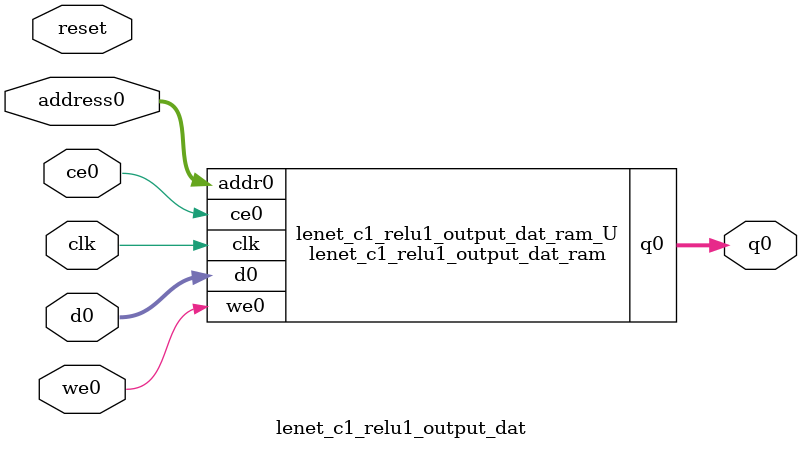
<source format=v>
`timescale 1 ns / 1 ps
module lenet_c1_relu1_output_dat_ram (addr0, ce0, d0, we0, q0,  clk);

parameter DWIDTH = 15;
parameter AWIDTH = 13;
parameter MEM_SIZE = 4704;

input[AWIDTH-1:0] addr0;
input ce0;
input[DWIDTH-1:0] d0;
input we0;
output reg[DWIDTH-1:0] q0;
input clk;

(* ram_style = "block" *)reg [DWIDTH-1:0] ram[0:MEM_SIZE-1];




always @(posedge clk)  
begin 
    if (ce0) 
    begin
        if (we0) 
        begin 
            ram[addr0] <= d0; 
        end 
        q0 <= ram[addr0];
    end
end


endmodule

`timescale 1 ns / 1 ps
module lenet_c1_relu1_output_dat(
    reset,
    clk,
    address0,
    ce0,
    we0,
    d0,
    q0);

parameter DataWidth = 32'd15;
parameter AddressRange = 32'd4704;
parameter AddressWidth = 32'd13;
input reset;
input clk;
input[AddressWidth - 1:0] address0;
input ce0;
input we0;
input[DataWidth - 1:0] d0;
output[DataWidth - 1:0] q0;



lenet_c1_relu1_output_dat_ram lenet_c1_relu1_output_dat_ram_U(
    .clk( clk ),
    .addr0( address0 ),
    .ce0( ce0 ),
    .we0( we0 ),
    .d0( d0 ),
    .q0( q0 ));

endmodule


</source>
